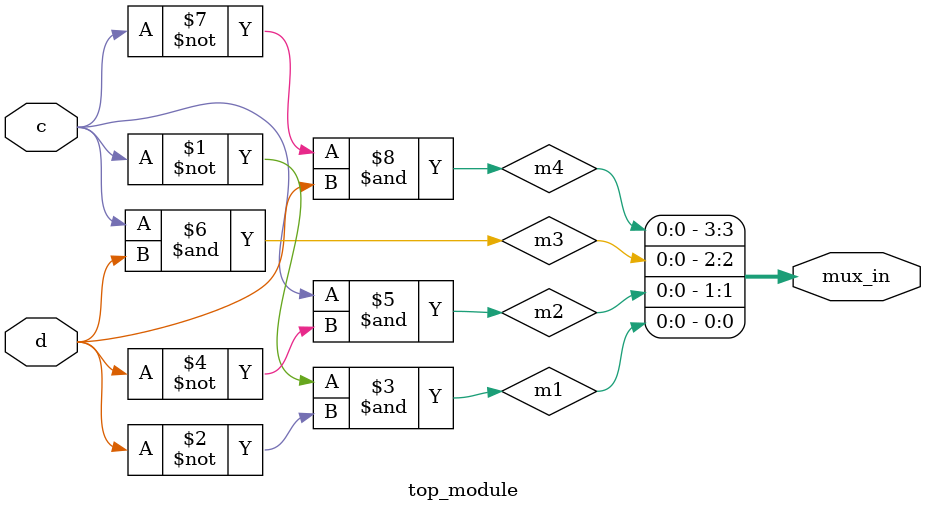
<source format=sv>
module top_module (
    input c,
    input d,
    output [3:0] mux_in
);

wire m1, m2, m3, m4;

// Implement the Karnaugh map using 2-to-1 multiplexers
assign m1 = (~c & ~d);
assign m2 = (c & ~d);
assign m3 = (c & d);
assign m4 = (~c & d);

// Connect the outputs of the 2-to-1 multiplexers to the 4-to-1 multiplexer inputs
assign mux_in[0] = m1;
assign mux_in[1] = m2;
assign mux_in[2] = m3;
assign mux_in[3] = m4;

endmodule

</source>
